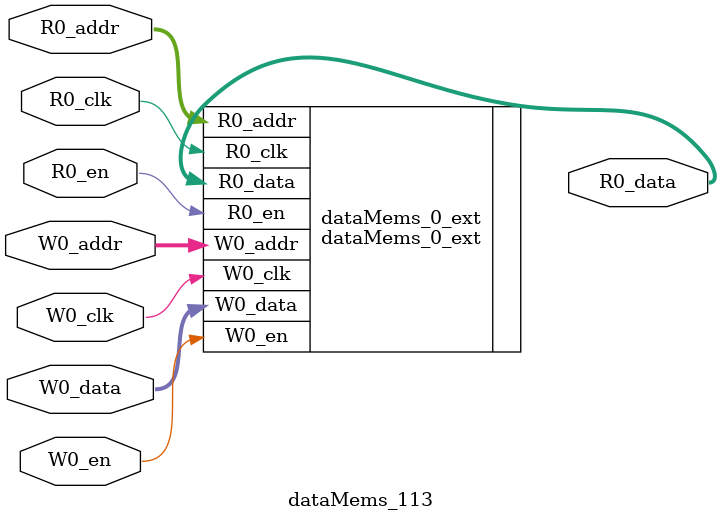
<source format=sv>
`ifndef RANDOMIZE
  `ifdef RANDOMIZE_REG_INIT
    `define RANDOMIZE
  `endif // RANDOMIZE_REG_INIT
`endif // not def RANDOMIZE
`ifndef RANDOMIZE
  `ifdef RANDOMIZE_MEM_INIT
    `define RANDOMIZE
  `endif // RANDOMIZE_MEM_INIT
`endif // not def RANDOMIZE

`ifndef RANDOM
  `define RANDOM $random
`endif // not def RANDOM

// Users can define 'PRINTF_COND' to add an extra gate to prints.
`ifndef PRINTF_COND_
  `ifdef PRINTF_COND
    `define PRINTF_COND_ (`PRINTF_COND)
  `else  // PRINTF_COND
    `define PRINTF_COND_ 1
  `endif // PRINTF_COND
`endif // not def PRINTF_COND_

// Users can define 'ASSERT_VERBOSE_COND' to add an extra gate to assert error printing.
`ifndef ASSERT_VERBOSE_COND_
  `ifdef ASSERT_VERBOSE_COND
    `define ASSERT_VERBOSE_COND_ (`ASSERT_VERBOSE_COND)
  `else  // ASSERT_VERBOSE_COND
    `define ASSERT_VERBOSE_COND_ 1
  `endif // ASSERT_VERBOSE_COND
`endif // not def ASSERT_VERBOSE_COND_

// Users can define 'STOP_COND' to add an extra gate to stop conditions.
`ifndef STOP_COND_
  `ifdef STOP_COND
    `define STOP_COND_ (`STOP_COND)
  `else  // STOP_COND
    `define STOP_COND_ 1
  `endif // STOP_COND
`endif // not def STOP_COND_

// Users can define INIT_RANDOM as general code that gets injected into the
// initializer block for modules with registers.
`ifndef INIT_RANDOM
  `define INIT_RANDOM
`endif // not def INIT_RANDOM

// If using random initialization, you can also define RANDOMIZE_DELAY to
// customize the delay used, otherwise 0.002 is used.
`ifndef RANDOMIZE_DELAY
  `define RANDOMIZE_DELAY 0.002
`endif // not def RANDOMIZE_DELAY

// Define INIT_RANDOM_PROLOG_ for use in our modules below.
`ifndef INIT_RANDOM_PROLOG_
  `ifdef RANDOMIZE
    `ifdef VERILATOR
      `define INIT_RANDOM_PROLOG_ `INIT_RANDOM
    `else  // VERILATOR
      `define INIT_RANDOM_PROLOG_ `INIT_RANDOM #`RANDOMIZE_DELAY begin end
    `endif // VERILATOR
  `else  // RANDOMIZE
    `define INIT_RANDOM_PROLOG_
  `endif // RANDOMIZE
`endif // not def INIT_RANDOM_PROLOG_

// Include register initializers in init blocks unless synthesis is set
`ifndef SYNTHESIS
  `ifndef ENABLE_INITIAL_REG_
    `define ENABLE_INITIAL_REG_
  `endif // not def ENABLE_INITIAL_REG_
`endif // not def SYNTHESIS

// Include rmemory initializers in init blocks unless synthesis is set
`ifndef SYNTHESIS
  `ifndef ENABLE_INITIAL_MEM_
    `define ENABLE_INITIAL_MEM_
  `endif // not def ENABLE_INITIAL_MEM_
`endif // not def SYNTHESIS

module dataMems_113(	// @[generators/ara/src/main/scala/UnsafeAXI4ToTL.scala:365:62]
  input  [4:0]   R0_addr,
  input          R0_en,
  input          R0_clk,
  output [130:0] R0_data,
  input  [4:0]   W0_addr,
  input          W0_en,
  input          W0_clk,
  input  [130:0] W0_data
);

  dataMems_0_ext dataMems_0_ext (	// @[generators/ara/src/main/scala/UnsafeAXI4ToTL.scala:365:62]
    .R0_addr (R0_addr),
    .R0_en   (R0_en),
    .R0_clk  (R0_clk),
    .R0_data (R0_data),
    .W0_addr (W0_addr),
    .W0_en   (W0_en),
    .W0_clk  (W0_clk),
    .W0_data (W0_data)
  );
endmodule


</source>
